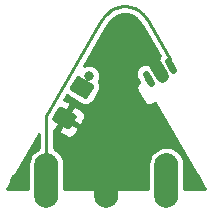
<source format=gbr>
G04 #@! TF.GenerationSoftware,KiCad,Pcbnew,5.0.1-33cea8e~68~ubuntu18.04.1*
G04 #@! TF.CreationDate,2018-11-19T12:32:52+01:00*
G04 #@! TF.ProjectId,Lulu_star_213,4C756C755F737461725F3231332E6B69,2.1.2*
G04 #@! TF.SameCoordinates,Original*
G04 #@! TF.FileFunction,Copper,L2,Bot,Signal*
G04 #@! TF.FilePolarity,Positive*
%FSLAX46Y46*%
G04 Gerber Fmt 4.6, Leading zero omitted, Abs format (unit mm)*
G04 Created by KiCad (PCBNEW 5.0.1-33cea8e~68~ubuntu18.04.1) date Mon 19 Nov 2018 12:32:52 PM CET*
%MOMM*%
%LPD*%
G01*
G04 APERTURE LIST*
G04 #@! TA.AperFunction,Conductor*
%ADD10C,0.100000*%
G04 #@! TD*
G04 #@! TA.AperFunction,SMDPad,CuDef*
%ADD11C,1.425000*%
G04 #@! TD*
G04 #@! TA.AperFunction,ComponentPad*
%ADD12C,2.000000*%
G04 #@! TD*
G04 #@! TA.AperFunction,SMDPad,CuDef*
%ADD13C,2.000000*%
G04 #@! TD*
G04 #@! TA.AperFunction,SMDPad,CuDef*
%ADD14C,2.480000*%
G04 #@! TD*
G04 #@! TA.AperFunction,ViaPad*
%ADD15C,0.400000*%
G04 #@! TD*
G04 #@! TA.AperFunction,ViaPad*
%ADD16C,1.000000*%
G04 #@! TD*
G04 #@! TA.AperFunction,ComponentPad*
%ADD17C,0.600000*%
G04 #@! TD*
G04 #@! TA.AperFunction,Conductor*
%ADD18C,0.600000*%
G04 #@! TD*
G04 #@! TA.AperFunction,ComponentPad*
%ADD19C,1.100000*%
G04 #@! TD*
G04 #@! TA.AperFunction,Conductor*
%ADD20C,1.100000*%
G04 #@! TD*
G04 #@! TA.AperFunction,ViaPad*
%ADD21C,0.800000*%
G04 #@! TD*
G04 #@! TA.AperFunction,Conductor*
%ADD22C,0.250000*%
G04 #@! TD*
G04 #@! TA.AperFunction,Conductor*
%ADD23C,0.254000*%
G04 #@! TD*
G04 APERTURE END LIST*
D10*
G04 #@! TO.N,GND*
G04 #@! TO.C,R2*
G36*
X66095515Y-37964800D02*
X66119592Y-37969181D01*
X66143124Y-37975901D01*
X66165883Y-37984895D01*
X66187652Y-37996077D01*
X67271268Y-38621703D01*
X67291836Y-38634964D01*
X67311005Y-38650178D01*
X67328590Y-38667197D01*
X67344423Y-38685858D01*
X67358350Y-38705981D01*
X67370238Y-38727372D01*
X67379972Y-38749825D01*
X67387458Y-38773124D01*
X67392624Y-38797045D01*
X67395421Y-38821357D01*
X67395821Y-38845826D01*
X67393822Y-38870217D01*
X67389441Y-38894294D01*
X67382721Y-38917826D01*
X67373727Y-38940585D01*
X67362545Y-38962354D01*
X66899419Y-39764512D01*
X66886158Y-39785080D01*
X66870944Y-39804249D01*
X66853925Y-39821834D01*
X66835264Y-39837667D01*
X66815141Y-39851594D01*
X66793750Y-39863482D01*
X66771297Y-39873216D01*
X66747998Y-39880702D01*
X66724077Y-39885868D01*
X66699765Y-39888665D01*
X66675296Y-39889065D01*
X66650905Y-39887066D01*
X66626828Y-39882685D01*
X66603296Y-39875965D01*
X66580537Y-39866971D01*
X66558768Y-39855789D01*
X65475152Y-39230163D01*
X65454584Y-39216902D01*
X65435415Y-39201688D01*
X65417830Y-39184669D01*
X65401997Y-39166008D01*
X65388070Y-39145885D01*
X65376182Y-39124494D01*
X65366448Y-39102041D01*
X65358962Y-39078742D01*
X65353796Y-39054821D01*
X65350999Y-39030509D01*
X65350599Y-39006040D01*
X65352598Y-38981649D01*
X65356979Y-38957572D01*
X65363699Y-38934040D01*
X65372693Y-38911281D01*
X65383875Y-38889512D01*
X65847001Y-38087354D01*
X65860262Y-38066786D01*
X65875476Y-38047617D01*
X65892495Y-38030032D01*
X65911156Y-38014199D01*
X65931279Y-38000272D01*
X65952670Y-37988384D01*
X65975123Y-37978650D01*
X65998422Y-37971164D01*
X66022343Y-37965998D01*
X66046655Y-37963201D01*
X66071124Y-37962801D01*
X66095515Y-37964800D01*
X66095515Y-37964800D01*
G37*
D11*
G04 #@! TD*
G04 #@! TO.P,R2,2*
G04 #@! TO.N,GND*
X66373210Y-38925933D03*
D10*
G04 #@! TO.N,Net-(Q1-Pad2)*
G04 #@! TO.C,R2*
G36*
X67583325Y-35388609D02*
X67607463Y-35393001D01*
X67631054Y-35399737D01*
X67653871Y-35408754D01*
X67675694Y-35419964D01*
X68758226Y-36044964D01*
X68778845Y-36058258D01*
X68798062Y-36073510D01*
X68815692Y-36090572D01*
X68831564Y-36109280D01*
X68845527Y-36129453D01*
X68857444Y-36150898D01*
X68867202Y-36173407D01*
X68874707Y-36196765D01*
X68879887Y-36220746D01*
X68882691Y-36245119D01*
X68883092Y-36269650D01*
X68881087Y-36294102D01*
X68876695Y-36318239D01*
X68869959Y-36341830D01*
X68860942Y-36364647D01*
X68849732Y-36386470D01*
X68387232Y-37187544D01*
X68373938Y-37208163D01*
X68358686Y-37227380D01*
X68341624Y-37245010D01*
X68322916Y-37260882D01*
X68302743Y-37274845D01*
X68281298Y-37286762D01*
X68258789Y-37296520D01*
X68235431Y-37304025D01*
X68211450Y-37309205D01*
X68187077Y-37312009D01*
X68162546Y-37312410D01*
X68138095Y-37310405D01*
X68113957Y-37306013D01*
X68090366Y-37299277D01*
X68067549Y-37290260D01*
X68045726Y-37279050D01*
X66963194Y-36654050D01*
X66942575Y-36640756D01*
X66923358Y-36625504D01*
X66905728Y-36608442D01*
X66889856Y-36589734D01*
X66875893Y-36569561D01*
X66863976Y-36548116D01*
X66854218Y-36525607D01*
X66846713Y-36502249D01*
X66841533Y-36478268D01*
X66838729Y-36453895D01*
X66838328Y-36429364D01*
X66840333Y-36404912D01*
X66844725Y-36380775D01*
X66851461Y-36357184D01*
X66860478Y-36334367D01*
X66871688Y-36312544D01*
X67334188Y-35511470D01*
X67347482Y-35490851D01*
X67362734Y-35471634D01*
X67379796Y-35454004D01*
X67398504Y-35438132D01*
X67418677Y-35424169D01*
X67440122Y-35412252D01*
X67462631Y-35402494D01*
X67485989Y-35394989D01*
X67509970Y-35389809D01*
X67534343Y-35387005D01*
X67558874Y-35386604D01*
X67583325Y-35388609D01*
X67583325Y-35388609D01*
G37*
D11*
G04 #@! TD*
G04 #@! TO.P,R2,1*
G04 #@! TO.N,Net-(Q1-Pad2)*
X67860710Y-36349507D03*
D12*
G04 #@! TO.P,J1,3*
G04 #@! TO.N,/PWM*
X74993500Y-42896000D03*
X74993500Y-45496000D03*
G04 #@! TO.P,J1,2*
G04 #@! TO.N,GND*
X69913500Y-42896000D03*
X69913500Y-45496000D03*
G04 #@! TO.P,J1,1*
G04 #@! TO.N,+3V3*
X64833500Y-45496000D03*
X64833500Y-42896000D03*
D10*
G04 #@! TD*
G04 #@! TO.N,/PWM*
G04 #@! TO.C,J1*
G36*
X75091518Y-41900815D02*
X75188591Y-41915215D01*
X75283786Y-41939060D01*
X75376184Y-41972120D01*
X75464898Y-42014079D01*
X75549071Y-42064530D01*
X75627894Y-42122990D01*
X75700608Y-42188893D01*
X75766511Y-42261607D01*
X75824971Y-42340430D01*
X75875422Y-42424603D01*
X75917381Y-42513317D01*
X75950441Y-42605715D01*
X75974286Y-42700910D01*
X75988686Y-42797983D01*
X75993501Y-42896000D01*
X75993501Y-45496000D01*
X75988686Y-45594017D01*
X75974286Y-45691090D01*
X75950441Y-45786285D01*
X75917381Y-45878683D01*
X75875422Y-45967397D01*
X75824971Y-46051570D01*
X75766511Y-46130393D01*
X75700608Y-46203107D01*
X75627894Y-46269010D01*
X75549071Y-46327470D01*
X75464898Y-46377921D01*
X75376184Y-46419880D01*
X75283786Y-46452940D01*
X75188591Y-46476785D01*
X75091518Y-46491185D01*
X74993501Y-46496000D01*
X74993499Y-46496000D01*
X74895482Y-46491185D01*
X74798409Y-46476785D01*
X74703214Y-46452940D01*
X74610816Y-46419880D01*
X74522102Y-46377921D01*
X74437929Y-46327470D01*
X74359106Y-46269010D01*
X74286392Y-46203107D01*
X74220489Y-46130393D01*
X74162029Y-46051570D01*
X74111578Y-45967397D01*
X74069619Y-45878683D01*
X74036559Y-45786285D01*
X74012714Y-45691090D01*
X73998314Y-45594017D01*
X73993499Y-45496000D01*
X73993499Y-42896000D01*
X73998314Y-42797983D01*
X74012714Y-42700910D01*
X74036559Y-42605715D01*
X74069619Y-42513317D01*
X74111578Y-42424603D01*
X74162029Y-42340430D01*
X74220489Y-42261607D01*
X74286392Y-42188893D01*
X74359106Y-42122990D01*
X74437929Y-42064530D01*
X74522102Y-42014079D01*
X74610816Y-41972120D01*
X74703214Y-41939060D01*
X74798409Y-41915215D01*
X74895482Y-41900815D01*
X74993499Y-41896000D01*
X74993501Y-41896000D01*
X75091518Y-41900815D01*
X75091518Y-41900815D01*
G37*
D13*
G04 #@! TO.P,J1,3*
G04 #@! TO.N,/PWM*
X74993500Y-44196000D03*
D10*
G04 #@! TD*
G04 #@! TO.N,+3V3*
G04 #@! TO.C,J1*
G36*
X64931518Y-41900815D02*
X65028591Y-41915215D01*
X65123786Y-41939060D01*
X65216184Y-41972120D01*
X65304898Y-42014079D01*
X65389071Y-42064530D01*
X65467894Y-42122990D01*
X65540608Y-42188893D01*
X65606511Y-42261607D01*
X65664971Y-42340430D01*
X65715422Y-42424603D01*
X65757381Y-42513317D01*
X65790441Y-42605715D01*
X65814286Y-42700910D01*
X65828686Y-42797983D01*
X65833501Y-42896000D01*
X65833501Y-45496000D01*
X65828686Y-45594017D01*
X65814286Y-45691090D01*
X65790441Y-45786285D01*
X65757381Y-45878683D01*
X65715422Y-45967397D01*
X65664971Y-46051570D01*
X65606511Y-46130393D01*
X65540608Y-46203107D01*
X65467894Y-46269010D01*
X65389071Y-46327470D01*
X65304898Y-46377921D01*
X65216184Y-46419880D01*
X65123786Y-46452940D01*
X65028591Y-46476785D01*
X64931518Y-46491185D01*
X64833501Y-46496000D01*
X64833499Y-46496000D01*
X64735482Y-46491185D01*
X64638409Y-46476785D01*
X64543214Y-46452940D01*
X64450816Y-46419880D01*
X64362102Y-46377921D01*
X64277929Y-46327470D01*
X64199106Y-46269010D01*
X64126392Y-46203107D01*
X64060489Y-46130393D01*
X64002029Y-46051570D01*
X63951578Y-45967397D01*
X63909619Y-45878683D01*
X63876559Y-45786285D01*
X63852714Y-45691090D01*
X63838314Y-45594017D01*
X63833499Y-45496000D01*
X63833499Y-42896000D01*
X63838314Y-42797983D01*
X63852714Y-42700910D01*
X63876559Y-42605715D01*
X63909619Y-42513317D01*
X63951578Y-42424603D01*
X64002029Y-42340430D01*
X64060489Y-42261607D01*
X64126392Y-42188893D01*
X64199106Y-42122990D01*
X64277929Y-42064530D01*
X64362102Y-42014079D01*
X64450816Y-41972120D01*
X64543214Y-41939060D01*
X64638409Y-41915215D01*
X64735482Y-41900815D01*
X64833499Y-41896000D01*
X64833501Y-41896000D01*
X64931518Y-41900815D01*
X64931518Y-41900815D01*
G37*
D13*
G04 #@! TO.P,J1,1*
G04 #@! TO.N,+3V3*
X64833500Y-44196000D03*
D10*
G04 #@! TD*
G04 #@! TO.N,GND*
G04 #@! TO.C,J1*
G36*
X70011518Y-41900815D02*
X70108591Y-41915215D01*
X70203786Y-41939060D01*
X70296184Y-41972120D01*
X70384898Y-42014079D01*
X70469071Y-42064530D01*
X70547894Y-42122990D01*
X70620608Y-42188893D01*
X70686511Y-42261607D01*
X70744971Y-42340430D01*
X70795422Y-42424603D01*
X70837381Y-42513317D01*
X70870441Y-42605715D01*
X70894286Y-42700910D01*
X70908686Y-42797983D01*
X70913501Y-42896000D01*
X70913501Y-45496000D01*
X70908686Y-45594017D01*
X70894286Y-45691090D01*
X70870441Y-45786285D01*
X70837381Y-45878683D01*
X70795422Y-45967397D01*
X70744971Y-46051570D01*
X70686511Y-46130393D01*
X70620608Y-46203107D01*
X70547894Y-46269010D01*
X70469071Y-46327470D01*
X70384898Y-46377921D01*
X70296184Y-46419880D01*
X70203786Y-46452940D01*
X70108591Y-46476785D01*
X70011518Y-46491185D01*
X69913501Y-46496000D01*
X69913499Y-46496000D01*
X69815482Y-46491185D01*
X69718409Y-46476785D01*
X69623214Y-46452940D01*
X69530816Y-46419880D01*
X69442102Y-46377921D01*
X69357929Y-46327470D01*
X69279106Y-46269010D01*
X69206392Y-46203107D01*
X69140489Y-46130393D01*
X69082029Y-46051570D01*
X69031578Y-45967397D01*
X68989619Y-45878683D01*
X68956559Y-45786285D01*
X68932714Y-45691090D01*
X68918314Y-45594017D01*
X68913499Y-45496000D01*
X68913499Y-42896000D01*
X68918314Y-42797983D01*
X68932714Y-42700910D01*
X68956559Y-42605715D01*
X68989619Y-42513317D01*
X69031578Y-42424603D01*
X69082029Y-42340430D01*
X69140489Y-42261607D01*
X69206392Y-42188893D01*
X69279106Y-42122990D01*
X69357929Y-42064530D01*
X69442102Y-42014079D01*
X69530816Y-41972120D01*
X69623214Y-41939060D01*
X69718409Y-41915215D01*
X69815482Y-41900815D01*
X69913499Y-41896000D01*
X69913501Y-41896000D01*
X70011518Y-41900815D01*
X70011518Y-41900815D01*
G37*
D13*
G04 #@! TO.P,J1,2*
G04 #@! TO.N,GND*
X69913500Y-44196000D03*
G04 #@! TD*
D14*
G04 #@! TO.P,LED1,*
G04 #@! TO.N,GND*
X71513393Y-31356160D03*
D10*
G04 #@! TD*
G04 #@! TO.N,GND*
G04 #@! TO.C,LED1*
G36*
X71057673Y-30202938D02*
X71172903Y-30163823D01*
X71291412Y-30136191D01*
X71412058Y-30120307D01*
X71533681Y-30116327D01*
X71655109Y-30124285D01*
X71775171Y-30144108D01*
X71892712Y-30175603D01*
X72006601Y-30218467D01*
X72115739Y-30272289D01*
X72219078Y-30336548D01*
X72315619Y-30410626D01*
X72404435Y-30493811D01*
X72484669Y-30585301D01*
X72555549Y-30684215D01*
X72578657Y-30724239D01*
X72583935Y-30721191D01*
X74514335Y-34064742D01*
X73546465Y-34623542D01*
X72239374Y-32359594D01*
X72185338Y-32398316D01*
X72079954Y-32459160D01*
X71969113Y-32509382D01*
X71853883Y-32548497D01*
X71735374Y-32576129D01*
X71614728Y-32592013D01*
X71493105Y-32595993D01*
X71371677Y-32588035D01*
X71251615Y-32568212D01*
X71134074Y-32536717D01*
X71020185Y-32493853D01*
X70911047Y-32440031D01*
X70807708Y-32375772D01*
X70711167Y-32301694D01*
X70622351Y-32218509D01*
X70542117Y-32127019D01*
X70471237Y-32028105D01*
X70410393Y-31922721D01*
X70360171Y-31811880D01*
X70321056Y-31696650D01*
X70293424Y-31578141D01*
X70277540Y-31457495D01*
X70273560Y-31335872D01*
X70281518Y-31214444D01*
X70301341Y-31094382D01*
X70332836Y-30976841D01*
X70375700Y-30862952D01*
X70429522Y-30753814D01*
X70493781Y-30650475D01*
X70567859Y-30553934D01*
X70651044Y-30465118D01*
X70742534Y-30384884D01*
X70841448Y-30314004D01*
X70946832Y-30253160D01*
X71057673Y-30202938D01*
X71057673Y-30202938D01*
G37*
D15*
G04 #@! TO.N,GND*
G04 #@! TO.C,LED1*
X70765494Y-31787959D03*
D16*
X71513393Y-31356160D03*
D17*
G04 #@! TD*
G04 #@! TO.P,LED1,2*
G04 #@! TO.N,+3V3*
X75367628Y-34460289D03*
D18*
G04 #@! TO.N,+3V3*
G04 #@! TO.C,LED1*
X75142628Y-34070578D02*
X75592628Y-34850000D01*
D17*
G04 #@! TD*
G04 #@! TO.P,LED1,1*
G04 #@! TO.N,Net-(LED1-Pad1)*
X73462372Y-35560289D03*
D18*
G04 #@! TO.N,Net-(LED1-Pad1)*
G04 #@! TO.C,LED1*
X73237372Y-35170578D02*
X73687372Y-35950000D01*
D19*
G04 #@! TD*
G04 #@! TO.P,LED1,3*
G04 #@! TO.N,GND*
X74340000Y-34880385D03*
D20*
G04 #@! TO.N,GND*
G04 #@! TO.C,LED1*
X74040000Y-34360770D02*
X74640000Y-35400000D01*
D15*
X72250295Y-30930709D03*
X71944230Y-32102389D03*
X71086980Y-30617588D03*
X71727706Y-30533980D03*
X71283961Y-32190059D03*
X72339789Y-31578904D03*
X70683710Y-31135159D03*
G04 #@! TD*
D21*
G04 #@! TO.N,Net-(Q1-Pad2)*
X68450460Y-35364420D03*
D16*
G04 #@! TO.N,GND*
X67373500Y-44180000D03*
X77533500Y-44180000D03*
X62293500Y-44180000D03*
X72453500Y-44180000D03*
D21*
X73804780Y-40772080D03*
G04 #@! TD*
D22*
G04 #@! TO.N,Net-(Q1-Pad2)*
X68450460Y-35364420D02*
X67860710Y-36349507D01*
G04 #@! TO.N,+3V3*
X70205505Y-29908800D02*
X70341245Y-29813712D01*
X70341245Y-29813712D02*
X70482004Y-29729093D01*
X70080000Y-30010000D02*
X70080000Y-30009754D01*
X70628380Y-29655754D02*
X70642645Y-29650000D01*
X70482004Y-29729093D02*
X70628380Y-29655754D01*
X70080000Y-30009754D02*
X70205505Y-29908800D01*
X73600221Y-30933911D02*
X75340630Y-33940000D01*
X73317491Y-30506305D02*
X73417635Y-30644482D01*
X73099912Y-30245121D02*
X73211663Y-30372621D01*
X72982233Y-30124584D02*
X73099912Y-30245121D01*
X73417635Y-30644482D02*
X73510978Y-30786401D01*
X71284049Y-29484824D02*
X71468050Y-29477026D01*
X71826868Y-29507543D02*
X71994029Y-29544141D01*
X71109236Y-29507541D02*
X71284049Y-29484824D01*
X70941877Y-29544179D02*
X71109236Y-29507541D01*
X70781806Y-29593858D02*
X70941877Y-29544179D01*
X70650000Y-29650000D02*
X70654974Y-29645026D01*
X73211663Y-30372621D02*
X73317491Y-30506305D01*
X70654974Y-29645026D02*
X70781806Y-29593858D01*
X72729458Y-29907562D02*
X72858450Y-30011563D01*
X73510978Y-30786401D02*
X73600221Y-30933911D01*
X71468050Y-29477026D02*
X71652057Y-29484826D01*
X71652057Y-29484826D02*
X71826868Y-29507543D01*
X71994029Y-29544141D02*
X72153305Y-29593757D01*
X72453688Y-29729056D02*
X72594625Y-29813246D01*
X72153305Y-29593757D02*
X72306835Y-29655824D01*
X72306835Y-29655824D02*
X72453688Y-29729056D01*
X72594625Y-29813246D02*
X72729458Y-29907562D01*
X72858450Y-30011563D02*
X72982233Y-30124584D01*
X64833500Y-38726490D02*
X69334295Y-30935453D01*
X64833500Y-44196000D02*
X64833500Y-38726490D01*
X69423032Y-30788308D02*
X69516796Y-30646142D01*
X69516796Y-30646142D02*
X69616639Y-30507557D01*
X69952266Y-30125949D02*
X70076089Y-30012900D01*
X69334295Y-30935453D02*
X69423032Y-30788308D01*
X69616639Y-30507557D02*
X69722563Y-30373875D01*
X69722563Y-30373875D02*
X69834202Y-30246520D01*
X69834202Y-30246520D02*
X69952266Y-30125949D01*
G04 #@! TD*
D23*
G04 #@! TO.N,GND*
G36*
X64181500Y-41513254D02*
X64110194Y-41542790D01*
X64006667Y-41611964D01*
X63983727Y-41624226D01*
X63963621Y-41640727D01*
X63860094Y-41709901D01*
X63772044Y-41797951D01*
X63751945Y-41814446D01*
X63735450Y-41834545D01*
X63647401Y-41922594D01*
X63578227Y-42026120D01*
X63561725Y-42046228D01*
X63549462Y-42069170D01*
X63480290Y-42172694D01*
X63432641Y-42287728D01*
X63420380Y-42310667D01*
X63412830Y-42335555D01*
X63365181Y-42450590D01*
X63340890Y-42572711D01*
X63333340Y-42597600D01*
X63330790Y-42623486D01*
X63306500Y-42745604D01*
X63306500Y-42870110D01*
X63303950Y-42896000D01*
X63303950Y-44955920D01*
X61468100Y-44955920D01*
X64181501Y-40258927D01*
X64181500Y-41513254D01*
X64181500Y-41513254D01*
G37*
X64181500Y-41513254D02*
X64110194Y-41542790D01*
X64006667Y-41611964D01*
X63983727Y-41624226D01*
X63963621Y-41640727D01*
X63860094Y-41709901D01*
X63772044Y-41797951D01*
X63751945Y-41814446D01*
X63735450Y-41834545D01*
X63647401Y-41922594D01*
X63578227Y-42026120D01*
X63561725Y-42046228D01*
X63549462Y-42069170D01*
X63480290Y-42172694D01*
X63432641Y-42287728D01*
X63420380Y-42310667D01*
X63412830Y-42335555D01*
X63365181Y-42450590D01*
X63340890Y-42572711D01*
X63333340Y-42597600D01*
X63330790Y-42623486D01*
X63306500Y-42745604D01*
X63306500Y-42870110D01*
X63303950Y-42896000D01*
X63303950Y-44955920D01*
X61468100Y-44955920D01*
X64181501Y-40258927D01*
X64181500Y-41513254D01*
G36*
X71596138Y-30135041D02*
X71714924Y-30150478D01*
X71827045Y-30175025D01*
X71933789Y-30208277D01*
X72038755Y-30250711D01*
X72140574Y-30301485D01*
X72240130Y-30360956D01*
X72337519Y-30429080D01*
X72433624Y-30506566D01*
X72528781Y-30593450D01*
X72621138Y-30688049D01*
X72710581Y-30790097D01*
X72797700Y-30900148D01*
X72881024Y-31015117D01*
X72959494Y-31134424D01*
X73039116Y-31266031D01*
X74424628Y-33659132D01*
X74397327Y-33703036D01*
X74339944Y-33855500D01*
X74313407Y-34016229D01*
X74318737Y-34179046D01*
X74355728Y-34337695D01*
X74406114Y-34448896D01*
X74613499Y-34808098D01*
X74140657Y-35081115D01*
X73933262Y-34721897D01*
X73862151Y-34622661D01*
X73743253Y-34511301D01*
X73604914Y-34425277D01*
X73452450Y-34367894D01*
X73291721Y-34341357D01*
X73128904Y-34346687D01*
X72970255Y-34383678D01*
X72821872Y-34450911D01*
X72689455Y-34545799D01*
X72578095Y-34664697D01*
X72492071Y-34803036D01*
X72434688Y-34955500D01*
X72408151Y-35116229D01*
X72413481Y-35279046D01*
X72450472Y-35437695D01*
X72500858Y-35548896D01*
X72708270Y-35908144D01*
X72708079Y-35908280D01*
X72706813Y-35909011D01*
X72686727Y-35923406D01*
X72645177Y-35952840D01*
X72644166Y-35953907D01*
X72642978Y-35954759D01*
X72608170Y-35991926D01*
X72573126Y-36028937D01*
X72572346Y-36030176D01*
X72571343Y-36031247D01*
X72544415Y-36074554D01*
X72517306Y-36117627D01*
X72516782Y-36118996D01*
X72516008Y-36120241D01*
X72498059Y-36167934D01*
X72479860Y-36215503D01*
X72479613Y-36216948D01*
X72479097Y-36218320D01*
X72470793Y-36268626D01*
X72462229Y-36318805D01*
X72462269Y-36320268D01*
X72462030Y-36321716D01*
X72463700Y-36372666D01*
X72465089Y-36423559D01*
X72465414Y-36424988D01*
X72465462Y-36426453D01*
X72477027Y-36476041D01*
X72488332Y-36525744D01*
X72488930Y-36527084D01*
X72489263Y-36528510D01*
X72510229Y-36574779D01*
X72520355Y-36597454D01*
X72521078Y-36598723D01*
X72532515Y-36623962D01*
X72546961Y-36644120D01*
X73075906Y-37571868D01*
X73087389Y-37597185D01*
X73116911Y-37638349D01*
X73146419Y-37680003D01*
X73147559Y-37681082D01*
X73148463Y-37682343D01*
X73185461Y-37716969D01*
X73222516Y-37752054D01*
X73223838Y-37752886D01*
X73224976Y-37753951D01*
X73268130Y-37780763D01*
X73311206Y-37807874D01*
X73312664Y-37808432D01*
X73313989Y-37809255D01*
X73361569Y-37827142D01*
X73409082Y-37845320D01*
X73410621Y-37845583D01*
X73412082Y-37846132D01*
X73462268Y-37854397D01*
X73512384Y-37862951D01*
X73513944Y-37862908D01*
X73515484Y-37863162D01*
X73566281Y-37861480D01*
X73617139Y-37860091D01*
X73618662Y-37859745D01*
X73620219Y-37859693D01*
X73669708Y-37848134D01*
X73719324Y-37836848D01*
X73720748Y-37836212D01*
X73722268Y-37835857D01*
X73768630Y-37814830D01*
X73815011Y-37794117D01*
X73837699Y-37778045D01*
X74028187Y-37667968D01*
X78235672Y-44955920D01*
X76523050Y-44955920D01*
X76523050Y-42896000D01*
X76520500Y-42870110D01*
X76520500Y-42745604D01*
X76496210Y-42623486D01*
X76493660Y-42597600D01*
X76486110Y-42572711D01*
X76461819Y-42450590D01*
X76414170Y-42335555D01*
X76406620Y-42310667D01*
X76394359Y-42287728D01*
X76346710Y-42172694D01*
X76277538Y-42069170D01*
X76265275Y-42046228D01*
X76248773Y-42026120D01*
X76179599Y-41922594D01*
X76091550Y-41834545D01*
X76075055Y-41814446D01*
X76054956Y-41797951D01*
X75966906Y-41709901D01*
X75863379Y-41640727D01*
X75843273Y-41624226D01*
X75820333Y-41611964D01*
X75716806Y-41542790D01*
X75601768Y-41495139D01*
X75578834Y-41482881D01*
X75553951Y-41475333D01*
X75438910Y-41427681D01*
X75316783Y-41403389D01*
X75291901Y-41395841D01*
X75266023Y-41393292D01*
X75143896Y-41369000D01*
X75019381Y-41369000D01*
X74993501Y-41366451D01*
X74993499Y-41366451D01*
X74967619Y-41369000D01*
X74843104Y-41369000D01*
X74720977Y-41393292D01*
X74695099Y-41395841D01*
X74670217Y-41403389D01*
X74548090Y-41427681D01*
X74433049Y-41475333D01*
X74408166Y-41482881D01*
X74385232Y-41495139D01*
X74270194Y-41542790D01*
X74166667Y-41611964D01*
X74143727Y-41624226D01*
X74123621Y-41640727D01*
X74020094Y-41709901D01*
X73932044Y-41797951D01*
X73911945Y-41814446D01*
X73895450Y-41834545D01*
X73807401Y-41922594D01*
X73738227Y-42026120D01*
X73721725Y-42046228D01*
X73709462Y-42069170D01*
X73640290Y-42172694D01*
X73592641Y-42287728D01*
X73580380Y-42310667D01*
X73572830Y-42335555D01*
X73525181Y-42450590D01*
X73500890Y-42572711D01*
X73493340Y-42597600D01*
X73490790Y-42623486D01*
X73466500Y-42745604D01*
X73466500Y-42870110D01*
X73463950Y-42896000D01*
X73463950Y-44955920D01*
X66363050Y-44955920D01*
X66363050Y-42896000D01*
X66360500Y-42870110D01*
X66360500Y-42745604D01*
X66336210Y-42623486D01*
X66333660Y-42597600D01*
X66326110Y-42572711D01*
X66301819Y-42450590D01*
X66254170Y-42335555D01*
X66246620Y-42310667D01*
X66234359Y-42287728D01*
X66186710Y-42172694D01*
X66117538Y-42069170D01*
X66105275Y-42046228D01*
X66088773Y-42026120D01*
X66019599Y-41922594D01*
X65931550Y-41834545D01*
X65915055Y-41814446D01*
X65894956Y-41797951D01*
X65806906Y-41709901D01*
X65703379Y-41640727D01*
X65683273Y-41624226D01*
X65660333Y-41611964D01*
X65556806Y-41542790D01*
X65485500Y-41513254D01*
X65485500Y-40018921D01*
X65888820Y-40018921D01*
X65946927Y-40235777D01*
X66403069Y-40499131D01*
X66511395Y-40561673D01*
X66629842Y-40601880D01*
X66753855Y-40618207D01*
X66878671Y-40610026D01*
X66999494Y-40577652D01*
X67111678Y-40522329D01*
X67210913Y-40446182D01*
X67293387Y-40352139D01*
X67538033Y-39928400D01*
X67479927Y-39711543D01*
X66419695Y-39099418D01*
X65888820Y-40018921D01*
X65485500Y-40018921D01*
X65485500Y-39941049D01*
X65668850Y-39891921D01*
X66199725Y-38972418D01*
X66182404Y-38962418D01*
X66230306Y-38879448D01*
X66546695Y-38879448D01*
X67606927Y-39491573D01*
X67823783Y-39433466D01*
X68068429Y-39009727D01*
X68108636Y-38891281D01*
X68124963Y-38767267D01*
X68116783Y-38642451D01*
X68084408Y-38521629D01*
X68029085Y-38409444D01*
X67952939Y-38310209D01*
X67858895Y-38227735D01*
X67750569Y-38165193D01*
X67294427Y-37901839D01*
X67077570Y-37959945D01*
X66546695Y-38879448D01*
X66230306Y-38879448D01*
X66309404Y-38742448D01*
X66326725Y-38752448D01*
X66857600Y-37832945D01*
X66799493Y-37616089D01*
X66370892Y-37368636D01*
X66571722Y-37020992D01*
X66574202Y-37023640D01*
X66698420Y-37112653D01*
X67780952Y-37737653D01*
X67920148Y-37800723D01*
X68068975Y-37835424D01*
X68221711Y-37840424D01*
X68372488Y-37815530D01*
X68515512Y-37761700D01*
X68645286Y-37681002D01*
X68756822Y-37576536D01*
X68845835Y-37452318D01*
X69308335Y-36651244D01*
X69371404Y-36512048D01*
X69406106Y-36363221D01*
X69411106Y-36210485D01*
X69386212Y-36059708D01*
X69332382Y-35916684D01*
X69266805Y-35811228D01*
X69271956Y-35803519D01*
X69341836Y-35634816D01*
X69377460Y-35455721D01*
X69377460Y-35273119D01*
X69341836Y-35094024D01*
X69271956Y-34925321D01*
X69170508Y-34773492D01*
X69041388Y-34644372D01*
X68889559Y-34542924D01*
X68720856Y-34473044D01*
X68541761Y-34437420D01*
X68359159Y-34437420D01*
X68180064Y-34473044D01*
X68011361Y-34542924D01*
X67998190Y-34551725D01*
X69895804Y-31266887D01*
X69974561Y-31136291D01*
X70053669Y-31016347D01*
X70136924Y-30900786D01*
X70223527Y-30791488D01*
X70312641Y-30689829D01*
X70405356Y-30595146D01*
X70499643Y-30509062D01*
X70506233Y-30503654D01*
X70597303Y-30430399D01*
X70696681Y-30360783D01*
X70796467Y-30300796D01*
X70866725Y-30265594D01*
X70900716Y-30255283D01*
X70949067Y-30229438D01*
X71000776Y-30208578D01*
X71108527Y-30175136D01*
X71221169Y-30150477D01*
X71339962Y-30135039D01*
X71468051Y-30129611D01*
X71596138Y-30135041D01*
X71596138Y-30135041D01*
G37*
X71596138Y-30135041D02*
X71714924Y-30150478D01*
X71827045Y-30175025D01*
X71933789Y-30208277D01*
X72038755Y-30250711D01*
X72140574Y-30301485D01*
X72240130Y-30360956D01*
X72337519Y-30429080D01*
X72433624Y-30506566D01*
X72528781Y-30593450D01*
X72621138Y-30688049D01*
X72710581Y-30790097D01*
X72797700Y-30900148D01*
X72881024Y-31015117D01*
X72959494Y-31134424D01*
X73039116Y-31266031D01*
X74424628Y-33659132D01*
X74397327Y-33703036D01*
X74339944Y-33855500D01*
X74313407Y-34016229D01*
X74318737Y-34179046D01*
X74355728Y-34337695D01*
X74406114Y-34448896D01*
X74613499Y-34808098D01*
X74140657Y-35081115D01*
X73933262Y-34721897D01*
X73862151Y-34622661D01*
X73743253Y-34511301D01*
X73604914Y-34425277D01*
X73452450Y-34367894D01*
X73291721Y-34341357D01*
X73128904Y-34346687D01*
X72970255Y-34383678D01*
X72821872Y-34450911D01*
X72689455Y-34545799D01*
X72578095Y-34664697D01*
X72492071Y-34803036D01*
X72434688Y-34955500D01*
X72408151Y-35116229D01*
X72413481Y-35279046D01*
X72450472Y-35437695D01*
X72500858Y-35548896D01*
X72708270Y-35908144D01*
X72708079Y-35908280D01*
X72706813Y-35909011D01*
X72686727Y-35923406D01*
X72645177Y-35952840D01*
X72644166Y-35953907D01*
X72642978Y-35954759D01*
X72608170Y-35991926D01*
X72573126Y-36028937D01*
X72572346Y-36030176D01*
X72571343Y-36031247D01*
X72544415Y-36074554D01*
X72517306Y-36117627D01*
X72516782Y-36118996D01*
X72516008Y-36120241D01*
X72498059Y-36167934D01*
X72479860Y-36215503D01*
X72479613Y-36216948D01*
X72479097Y-36218320D01*
X72470793Y-36268626D01*
X72462229Y-36318805D01*
X72462269Y-36320268D01*
X72462030Y-36321716D01*
X72463700Y-36372666D01*
X72465089Y-36423559D01*
X72465414Y-36424988D01*
X72465462Y-36426453D01*
X72477027Y-36476041D01*
X72488332Y-36525744D01*
X72488930Y-36527084D01*
X72489263Y-36528510D01*
X72510229Y-36574779D01*
X72520355Y-36597454D01*
X72521078Y-36598723D01*
X72532515Y-36623962D01*
X72546961Y-36644120D01*
X73075906Y-37571868D01*
X73087389Y-37597185D01*
X73116911Y-37638349D01*
X73146419Y-37680003D01*
X73147559Y-37681082D01*
X73148463Y-37682343D01*
X73185461Y-37716969D01*
X73222516Y-37752054D01*
X73223838Y-37752886D01*
X73224976Y-37753951D01*
X73268130Y-37780763D01*
X73311206Y-37807874D01*
X73312664Y-37808432D01*
X73313989Y-37809255D01*
X73361569Y-37827142D01*
X73409082Y-37845320D01*
X73410621Y-37845583D01*
X73412082Y-37846132D01*
X73462268Y-37854397D01*
X73512384Y-37862951D01*
X73513944Y-37862908D01*
X73515484Y-37863162D01*
X73566281Y-37861480D01*
X73617139Y-37860091D01*
X73618662Y-37859745D01*
X73620219Y-37859693D01*
X73669708Y-37848134D01*
X73719324Y-37836848D01*
X73720748Y-37836212D01*
X73722268Y-37835857D01*
X73768630Y-37814830D01*
X73815011Y-37794117D01*
X73837699Y-37778045D01*
X74028187Y-37667968D01*
X78235672Y-44955920D01*
X76523050Y-44955920D01*
X76523050Y-42896000D01*
X76520500Y-42870110D01*
X76520500Y-42745604D01*
X76496210Y-42623486D01*
X76493660Y-42597600D01*
X76486110Y-42572711D01*
X76461819Y-42450590D01*
X76414170Y-42335555D01*
X76406620Y-42310667D01*
X76394359Y-42287728D01*
X76346710Y-42172694D01*
X76277538Y-42069170D01*
X76265275Y-42046228D01*
X76248773Y-42026120D01*
X76179599Y-41922594D01*
X76091550Y-41834545D01*
X76075055Y-41814446D01*
X76054956Y-41797951D01*
X75966906Y-41709901D01*
X75863379Y-41640727D01*
X75843273Y-41624226D01*
X75820333Y-41611964D01*
X75716806Y-41542790D01*
X75601768Y-41495139D01*
X75578834Y-41482881D01*
X75553951Y-41475333D01*
X75438910Y-41427681D01*
X75316783Y-41403389D01*
X75291901Y-41395841D01*
X75266023Y-41393292D01*
X75143896Y-41369000D01*
X75019381Y-41369000D01*
X74993501Y-41366451D01*
X74993499Y-41366451D01*
X74967619Y-41369000D01*
X74843104Y-41369000D01*
X74720977Y-41393292D01*
X74695099Y-41395841D01*
X74670217Y-41403389D01*
X74548090Y-41427681D01*
X74433049Y-41475333D01*
X74408166Y-41482881D01*
X74385232Y-41495139D01*
X74270194Y-41542790D01*
X74166667Y-41611964D01*
X74143727Y-41624226D01*
X74123621Y-41640727D01*
X74020094Y-41709901D01*
X73932044Y-41797951D01*
X73911945Y-41814446D01*
X73895450Y-41834545D01*
X73807401Y-41922594D01*
X73738227Y-42026120D01*
X73721725Y-42046228D01*
X73709462Y-42069170D01*
X73640290Y-42172694D01*
X73592641Y-42287728D01*
X73580380Y-42310667D01*
X73572830Y-42335555D01*
X73525181Y-42450590D01*
X73500890Y-42572711D01*
X73493340Y-42597600D01*
X73490790Y-42623486D01*
X73466500Y-42745604D01*
X73466500Y-42870110D01*
X73463950Y-42896000D01*
X73463950Y-44955920D01*
X66363050Y-44955920D01*
X66363050Y-42896000D01*
X66360500Y-42870110D01*
X66360500Y-42745604D01*
X66336210Y-42623486D01*
X66333660Y-42597600D01*
X66326110Y-42572711D01*
X66301819Y-42450590D01*
X66254170Y-42335555D01*
X66246620Y-42310667D01*
X66234359Y-42287728D01*
X66186710Y-42172694D01*
X66117538Y-42069170D01*
X66105275Y-42046228D01*
X66088773Y-42026120D01*
X66019599Y-41922594D01*
X65931550Y-41834545D01*
X65915055Y-41814446D01*
X65894956Y-41797951D01*
X65806906Y-41709901D01*
X65703379Y-41640727D01*
X65683273Y-41624226D01*
X65660333Y-41611964D01*
X65556806Y-41542790D01*
X65485500Y-41513254D01*
X65485500Y-40018921D01*
X65888820Y-40018921D01*
X65946927Y-40235777D01*
X66403069Y-40499131D01*
X66511395Y-40561673D01*
X66629842Y-40601880D01*
X66753855Y-40618207D01*
X66878671Y-40610026D01*
X66999494Y-40577652D01*
X67111678Y-40522329D01*
X67210913Y-40446182D01*
X67293387Y-40352139D01*
X67538033Y-39928400D01*
X67479927Y-39711543D01*
X66419695Y-39099418D01*
X65888820Y-40018921D01*
X65485500Y-40018921D01*
X65485500Y-39941049D01*
X65668850Y-39891921D01*
X66199725Y-38972418D01*
X66182404Y-38962418D01*
X66230306Y-38879448D01*
X66546695Y-38879448D01*
X67606927Y-39491573D01*
X67823783Y-39433466D01*
X68068429Y-39009727D01*
X68108636Y-38891281D01*
X68124963Y-38767267D01*
X68116783Y-38642451D01*
X68084408Y-38521629D01*
X68029085Y-38409444D01*
X67952939Y-38310209D01*
X67858895Y-38227735D01*
X67750569Y-38165193D01*
X67294427Y-37901839D01*
X67077570Y-37959945D01*
X66546695Y-38879448D01*
X66230306Y-38879448D01*
X66309404Y-38742448D01*
X66326725Y-38752448D01*
X66857600Y-37832945D01*
X66799493Y-37616089D01*
X66370892Y-37368636D01*
X66571722Y-37020992D01*
X66574202Y-37023640D01*
X66698420Y-37112653D01*
X67780952Y-37737653D01*
X67920148Y-37800723D01*
X68068975Y-37835424D01*
X68221711Y-37840424D01*
X68372488Y-37815530D01*
X68515512Y-37761700D01*
X68645286Y-37681002D01*
X68756822Y-37576536D01*
X68845835Y-37452318D01*
X69308335Y-36651244D01*
X69371404Y-36512048D01*
X69406106Y-36363221D01*
X69411106Y-36210485D01*
X69386212Y-36059708D01*
X69332382Y-35916684D01*
X69266805Y-35811228D01*
X69271956Y-35803519D01*
X69341836Y-35634816D01*
X69377460Y-35455721D01*
X69377460Y-35273119D01*
X69341836Y-35094024D01*
X69271956Y-34925321D01*
X69170508Y-34773492D01*
X69041388Y-34644372D01*
X68889559Y-34542924D01*
X68720856Y-34473044D01*
X68541761Y-34437420D01*
X68359159Y-34437420D01*
X68180064Y-34473044D01*
X68011361Y-34542924D01*
X67998190Y-34551725D01*
X69895804Y-31266887D01*
X69974561Y-31136291D01*
X70053669Y-31016347D01*
X70136924Y-30900786D01*
X70223527Y-30791488D01*
X70312641Y-30689829D01*
X70405356Y-30595146D01*
X70499643Y-30509062D01*
X70506233Y-30503654D01*
X70597303Y-30430399D01*
X70696681Y-30360783D01*
X70796467Y-30300796D01*
X70866725Y-30265594D01*
X70900716Y-30255283D01*
X70949067Y-30229438D01*
X71000776Y-30208578D01*
X71108527Y-30175136D01*
X71221169Y-30150477D01*
X71339962Y-30135039D01*
X71468051Y-30129611D01*
X71596138Y-30135041D01*
G04 #@! TD*
M02*

</source>
